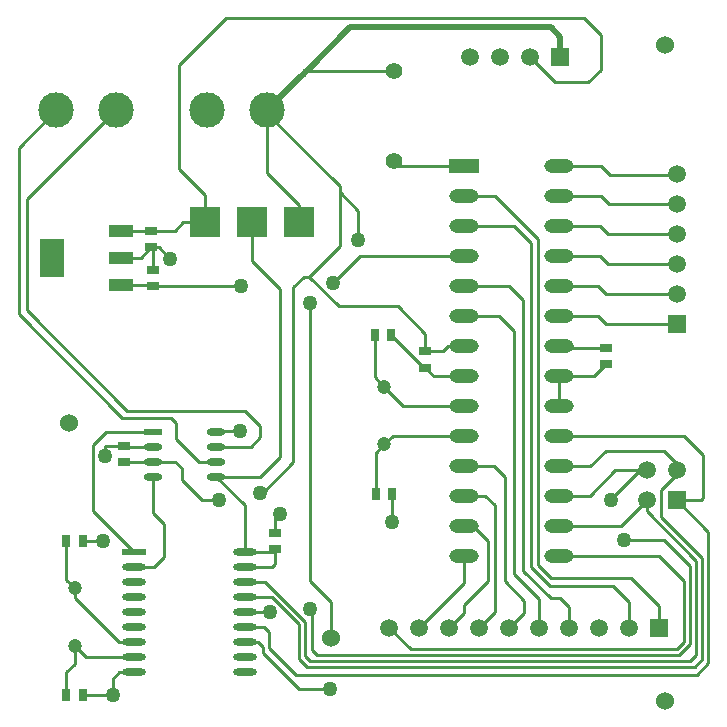
<source format=gtl>
G04 Layer_Physical_Order=1*
G04 Layer_Color=255*
%FSLAX44Y44*%
%MOMM*%
G71*
G01*
G75*
%ADD10R,2.5000X2.5000*%
%ADD11R,2.1500X1.0000*%
%ADD12R,2.1500X3.2500*%
%ADD13R,1.0000X0.7000*%
%ADD14O,1.5500X0.6000*%
%ADD15R,1.5500X0.6000*%
%ADD16R,2.0000X0.6000*%
%ADD17O,2.0000X0.6000*%
%ADD18R,0.7000X1.0000*%
%ADD19C,0.2540*%
%ADD20C,0.5000*%
%ADD21C,1.5240*%
%ADD22C,1.5000*%
%ADD23R,1.5000X1.5000*%
%ADD24R,1.5000X1.5000*%
%ADD25C,1.4000*%
%ADD26R,2.5000X1.2000*%
%ADD27O,2.5000X1.2000*%
%ADD28C,1.2000*%
%ADD29C,3.0000*%
%ADD30C,1.2700*%
D10*
X1270000Y1050000D02*
D03*
X1310000D02*
D03*
X1230000D02*
D03*
D11*
X1159250Y997000D02*
D03*
Y1020000D02*
D03*
Y1043000D02*
D03*
D12*
X1100750Y1020000D02*
D03*
D13*
X1162000Y861000D02*
D03*
Y847000D02*
D03*
X1570000Y944000D02*
D03*
Y930000D02*
D03*
X1186000Y1010000D02*
D03*
Y996000D02*
D03*
X1185000Y1029000D02*
D03*
Y1043000D02*
D03*
X1290000Y787000D02*
D03*
Y773000D02*
D03*
X1417000Y927000D02*
D03*
Y941000D02*
D03*
D14*
X1240000Y834600D02*
D03*
Y847300D02*
D03*
Y860000D02*
D03*
Y872700D02*
D03*
X1186000Y834600D02*
D03*
Y847300D02*
D03*
Y860000D02*
D03*
D15*
Y872700D02*
D03*
D16*
X1170000Y770800D02*
D03*
D17*
Y758100D02*
D03*
Y745400D02*
D03*
Y732700D02*
D03*
Y720000D02*
D03*
Y707300D02*
D03*
Y694600D02*
D03*
Y681900D02*
D03*
Y669200D02*
D03*
X1264000Y770800D02*
D03*
Y758100D02*
D03*
Y745400D02*
D03*
Y732700D02*
D03*
Y720000D02*
D03*
Y707300D02*
D03*
Y694600D02*
D03*
Y681900D02*
D03*
Y669200D02*
D03*
D18*
X1388000Y955000D02*
D03*
X1374000D02*
D03*
X1127000Y780000D02*
D03*
X1113000D02*
D03*
X1127000Y650000D02*
D03*
X1113000D02*
D03*
X1389000Y820000D02*
D03*
X1375000D02*
D03*
D19*
X1450000Y793000D02*
X1457000D01*
X1470000Y780000D01*
X1449950Y726016D02*
X1470000Y746066D01*
Y780000D01*
X1454500Y915500D02*
X1458750Y919750D01*
X1589250Y707250D02*
Y728500D01*
X1513550Y707000D02*
Y730700D01*
X1484250Y746250D02*
X1500750Y729750D01*
Y719350D02*
Y729750D01*
X1475750Y719750D02*
Y810500D01*
X1449950Y719350D02*
Y726016D01*
X1616750Y823500D02*
X1630000Y836750D01*
X1616750Y800750D02*
Y823500D01*
X1530000Y793000D02*
X1583000D01*
X1604600Y814600D01*
X1630000Y836750D02*
Y840000D01*
X1467850Y818400D02*
X1475750Y810500D01*
X1450000Y818400D02*
X1467850D01*
X1484250Y746250D02*
Y834250D01*
X1474700Y843800D02*
X1484250Y834250D01*
X1450000Y843800D02*
X1474700D01*
X1491750Y752500D02*
Y958250D01*
X1479200Y970800D02*
X1491750Y958250D01*
X1450000Y970800D02*
X1479200D01*
X1500000Y755000D02*
Y984000D01*
X1487800Y996200D02*
X1500000Y984000D01*
X1450000Y996200D02*
X1487800D01*
X1506250Y758000D02*
X1522250Y742000D01*
X1506250Y758000D02*
Y1032750D01*
X1492000Y1047000D02*
X1506250Y1032750D01*
X1450000Y1047000D02*
X1492000D01*
X1512250Y760250D02*
X1523750Y748750D01*
X1512250Y760250D02*
Y1035900D01*
X1475750Y1072400D02*
X1512250Y1035900D01*
X1560000Y920000D02*
X1570000Y930000D01*
X1530000Y920000D02*
X1560000D01*
X1530000Y1021600D02*
X1564500D01*
X1530000Y1047000D02*
X1564500D01*
X1450000Y1072400D02*
X1475750D01*
X1530000Y996200D02*
X1562750D01*
X1569800Y989150D01*
X1629950D01*
X1571600Y1014500D02*
X1612250D01*
X1564500Y1021600D02*
X1571600Y1014500D01*
X1612250D02*
X1612350Y1014600D01*
X1530000Y945400D02*
X1531400Y944000D01*
X1570000D01*
X1390000Y1101900D02*
X1394100Y1097800D01*
X1450000D01*
X1185000Y997000D02*
X1186000Y996000D01*
X1159250Y997000D02*
X1185000D01*
X1176000Y1020000D02*
X1185000Y1029000D01*
X1159250Y1020000D02*
X1176000D01*
X1185000Y1029000D02*
X1186000Y1028000D01*
Y1010000D02*
Y1028000D01*
X1170000Y758100D02*
X1187100D01*
X1195750Y766750D01*
Y794250D01*
X1186000Y804000D02*
X1195750Y794250D01*
X1186000Y804000D02*
Y834600D01*
X1146950Y872700D02*
X1186000D01*
X1530000Y894600D02*
Y920000D01*
X1417000Y941000D02*
X1431500D01*
X1435900Y945400D01*
X1450000D01*
X1417000Y941000D02*
Y955250D01*
X1393500Y978750D02*
X1417000Y955250D01*
X1270000Y1017500D02*
Y1050000D01*
Y1017500D02*
X1294000Y993500D01*
Y851250D02*
Y993500D01*
X1277350Y834600D02*
X1294000Y851250D01*
X1240000Y834600D02*
X1277350D01*
X1287800Y770800D02*
X1290000Y773000D01*
X1264000Y770800D02*
X1287800D01*
X1264000D02*
Y810600D01*
X1240000Y834600D02*
X1264000Y810600D01*
X1072750Y972000D02*
X1160500Y884250D01*
X1201500D01*
X1206000Y879750D01*
Y866250D02*
Y879750D01*
Y866250D02*
X1224950Y847300D01*
X1240000D01*
X1079500Y975500D02*
X1164500Y890500D01*
X1264250D01*
X1277000Y877750D01*
Y868000D02*
Y877750D01*
X1269000Y860000D02*
X1277000Y868000D01*
X1240000Y860000D02*
X1269000D01*
X1212000Y1050000D02*
X1230000D01*
X1205000Y1043000D02*
X1212000Y1050000D01*
X1185000Y1043000D02*
X1205000D01*
X1159250D02*
X1185000D01*
X1162000Y861000D02*
X1163000Y860000D01*
X1186000D01*
X1185700Y847000D02*
X1186000Y847300D01*
X1162000Y847000D02*
X1185700D01*
X1113000Y747000D02*
X1120000Y740000D01*
X1113000Y747000D02*
Y780000D01*
Y650000D02*
Y669250D01*
X1120000Y676250D01*
Y691200D01*
X1157400Y694600D02*
X1170000D01*
X1120000Y732000D02*
X1157400Y694600D01*
X1120000Y732000D02*
Y740000D01*
Y691200D02*
X1129300Y681900D01*
X1170000D01*
X1530000Y818400D02*
X1556150D01*
X1577750Y840000D01*
X1530000Y843800D02*
X1556550D01*
X1569500Y856750D01*
X1619000D01*
X1630000Y845750D01*
Y840000D02*
Y845750D01*
Y814600D02*
X1650100D01*
X1652250Y816750D01*
Y853000D01*
X1636050Y869200D02*
X1652250Y853000D01*
X1530000Y869200D02*
X1636050D01*
X1629950Y989150D02*
X1630000Y989200D01*
X1606000Y963750D02*
X1606050Y963800D01*
X1569800Y963750D02*
X1606000D01*
X1562750Y970800D02*
X1569800Y963750D01*
X1530000Y970800D02*
X1562750D01*
X1629900Y1039900D02*
X1630000Y1040000D01*
X1571600Y1039900D02*
X1629900D01*
X1564500Y1047000D02*
X1571600Y1039900D01*
X1565500Y1072400D02*
X1572500Y1065400D01*
X1629600Y1090400D02*
X1630000Y1090800D01*
X1572900Y1090400D02*
X1629600D01*
X1565500Y1097800D02*
X1572900Y1090400D01*
X1530000Y1097800D02*
X1565500D01*
X1530000Y1072400D02*
X1565500D01*
X1598500Y840000D02*
X1604600D01*
X1577750D02*
X1598500D01*
X1604600Y805400D02*
Y814600D01*
X1630000D02*
X1656580Y788020D01*
X1616750Y800750D02*
X1651500Y766000D01*
X1604600Y805400D02*
X1646420Y763580D01*
Y683670D02*
Y763580D01*
X1641000Y692816D02*
Y759250D01*
X1631844Y683660D02*
X1641000Y692816D01*
X1386550Y706750D02*
X1404550Y688750D01*
X1417025Y711825D02*
X1450000Y744800D01*
Y767600D01*
X1437350Y706750D02*
X1449950Y719350D01*
X1462750Y706750D02*
X1475750Y719750D01*
X1488150Y706750D02*
X1500750Y719350D01*
X1491750Y752500D02*
X1513550Y730700D01*
X1500000Y755000D02*
X1523250Y731750D01*
X1530750D01*
X1538250Y710750D02*
Y724250D01*
X1530750Y731750D02*
X1538250Y724250D01*
X1589250Y707250D02*
X1589750Y706750D01*
X1522250Y742000D02*
X1575750D01*
X1589250Y728500D01*
X1523750Y748750D02*
X1591250D01*
X1615150Y724850D01*
Y706750D02*
Y724850D01*
X1651500Y680000D02*
Y766000D01*
X1284500Y690000D02*
Y703000D01*
X1264000Y707300D02*
X1280200D01*
X1284500Y703000D01*
X1264000Y720000D02*
X1285250D01*
X1264000Y732700D02*
X1286918D01*
X1264000Y745400D02*
X1281403D01*
X1361600Y1021600D02*
X1450000D01*
X1338750Y998750D02*
X1361600Y1021600D01*
X1645000Y673500D02*
X1651500Y680000D01*
X1284500Y690000D02*
X1307500Y667000D01*
X1319000Y746500D02*
Y981750D01*
Y746500D02*
X1337250Y728250D01*
Y698000D02*
Y728250D01*
X1310000Y655250D02*
X1336500D01*
X1264000Y694600D02*
X1275400D01*
X1279420Y690580D01*
Y687896D02*
Y690580D01*
Y687896D02*
X1279500Y687816D01*
Y685750D02*
Y687816D01*
Y685750D02*
X1310000Y655250D01*
X1374000Y918800D02*
Y955000D01*
Y918800D02*
X1382000Y910800D01*
X1398200Y894600D02*
X1450000D01*
X1382000Y910800D02*
X1398200Y894600D01*
X1389200Y869200D02*
X1450000D01*
X1382000Y862000D02*
X1389200Y869200D01*
X1375000Y820000D02*
Y855000D01*
X1382000Y862000D01*
X1416000Y927000D02*
X1417000D01*
X1388000Y955000D02*
X1416000Y927000D01*
X1417000D02*
X1424000Y920000D01*
X1450000D01*
X1454500Y915500D01*
X1290000Y760750D02*
Y773000D01*
X1287350Y758100D02*
X1290000Y760750D01*
X1264000Y758100D02*
X1287350D01*
X1186000Y847300D02*
X1205200D01*
X1210500Y842000D01*
Y831500D02*
Y842000D01*
Y831500D02*
X1227500Y814500D01*
X1242000D01*
X1277000Y821000D02*
X1279250D01*
X1305000Y846750D01*
X1343750Y978750D02*
X1393500D01*
X1305000Y846750D02*
Y995000D01*
X1313875Y1003875D01*
X1157950Y669200D02*
X1170000D01*
X1152500Y663750D02*
X1157950Y669200D01*
X1152500Y649750D02*
Y663750D01*
X1127250Y649750D02*
X1152500D01*
X1127000Y650000D02*
X1127250Y649750D01*
X1127000Y780000D02*
X1144000D01*
X1290000Y787000D02*
Y799250D01*
X1294000Y803250D01*
X1185000Y1029000D02*
X1191250D01*
X1201000Y1019250D01*
X1145500Y861000D02*
X1162000D01*
X1145500Y861000D02*
X1145500Y861000D01*
X1145500Y852500D02*
Y861000D01*
X1135340Y805460D02*
Y861090D01*
Y805460D02*
X1170000Y770800D01*
X1135340Y861090D02*
X1146950Y872700D01*
X1318625Y1003875D02*
X1343750Y978750D01*
X1318625Y1003875D02*
X1344500Y1029750D01*
X1313875Y1003875D02*
X1318625D01*
X1079500Y975500D02*
Y1069500D01*
X1152300Y1142300D01*
X1072750Y972000D02*
Y1113300D01*
X1283250Y1141750D02*
X1344500Y1080500D01*
X1283250Y1091750D02*
X1310000Y1065000D01*
Y1050000D02*
Y1065000D01*
X1283250Y1091750D02*
Y1141750D01*
Y1145000D01*
X1389000Y796000D02*
Y820000D01*
X1186000Y996000D02*
X1261000D01*
X1360000Y1035000D02*
Y1060000D01*
X1344500Y1075500D02*
X1360000Y1060000D01*
X1344500Y1075500D02*
Y1080500D01*
Y1029750D02*
Y1075500D01*
X1240000Y872700D02*
X1240300Y873000D01*
X1260000D01*
X1386900Y1175000D02*
X1390000Y1178100D01*
X1312000Y1173750D02*
X1313250Y1175000D01*
X1316350Y1178100D02*
X1390000D01*
X1316250Y1178000D02*
X1316350Y1178100D01*
X1072750Y1113300D02*
X1106700Y1147250D01*
X1152300Y1142300D02*
X1159800Y1134800D01*
X1565250Y1179250D02*
Y1208500D01*
X1551000Y1222750D02*
X1565250Y1208500D01*
X1247750Y1222750D02*
X1551000D01*
X1230000Y1050000D02*
Y1073250D01*
X1208250Y1095000D02*
X1230000Y1073250D01*
X1208250Y1183250D02*
X1247750Y1222750D01*
X1208250Y1095000D02*
Y1183250D01*
X1286918Y732700D02*
X1310000Y709618D01*
X1316896Y673500D02*
X1645000D01*
X1310000Y680396D02*
X1316896Y673500D01*
X1310000Y680396D02*
Y709618D01*
X1315080Y682500D02*
Y711723D01*
X1281403Y745400D02*
X1315080Y711723D01*
X1319000Y722250D02*
X1321000Y720250D01*
X1325104Y683660D02*
X1631844D01*
X1321000Y687764D02*
X1325104Y683660D01*
X1321000Y687764D02*
Y720250D01*
X1404550Y688750D02*
X1629750D01*
X1307500Y667000D02*
X1647000D01*
X1656580Y676580D01*
Y788020D01*
X1629750Y688750D02*
X1635920Y694920D01*
Y746080D01*
X1614400Y767600D02*
X1635920Y746080D01*
X1612350Y1014600D02*
X1630000D01*
X1572500Y1065400D02*
X1630000D01*
X1606050Y963800D02*
X1630000D01*
X1641330Y678580D02*
X1646420Y683670D01*
X1315080Y682500D02*
X1319000Y678580D01*
X1641330D01*
X1530000Y767600D02*
X1614400D01*
X1585000Y781000D02*
X1619250D01*
X1641000Y759250D01*
X1574000Y815500D02*
X1598500Y840000D01*
X1574000Y815000D02*
Y815500D01*
X1554500Y1168500D02*
X1565250Y1179250D01*
X1505400Y1190000D02*
X1526900Y1168500D01*
X1554500D01*
D20*
X1530800Y1190000D02*
Y1207200D01*
X1523000Y1215000D02*
X1530800Y1207200D01*
X1353250Y1215000D02*
X1523000D01*
X1283250Y1145000D02*
X1312000Y1173750D01*
X1313250Y1175000D02*
X1316250Y1178000D01*
X1316350Y1178100D02*
X1353250Y1215000D01*
D21*
X1115000Y880000D02*
D03*
X1620000Y645000D02*
D03*
Y1200000D02*
D03*
X1337250Y698000D02*
D03*
D22*
X1454600Y1190000D02*
D03*
X1480000D02*
D03*
X1505400D02*
D03*
X1630000Y989200D02*
D03*
Y1014600D02*
D03*
Y1040000D02*
D03*
Y1065400D02*
D03*
Y1090800D02*
D03*
X1564350Y706750D02*
D03*
X1386550D02*
D03*
X1411950D02*
D03*
X1437350D02*
D03*
X1462750D02*
D03*
X1488150D02*
D03*
X1513550D02*
D03*
X1538950D02*
D03*
X1589750D02*
D03*
X1604600Y840000D02*
D03*
X1630000D02*
D03*
X1604600Y814600D02*
D03*
D23*
X1530800Y1190000D02*
D03*
X1615150Y706750D02*
D03*
D24*
X1630000Y963800D02*
D03*
Y814600D02*
D03*
D25*
X1390000Y1178100D02*
D03*
Y1101900D02*
D03*
D26*
X1450000Y1097800D02*
D03*
D27*
Y1072400D02*
D03*
Y1047000D02*
D03*
Y1021600D02*
D03*
Y996200D02*
D03*
Y970800D02*
D03*
Y945400D02*
D03*
Y920000D02*
D03*
Y894600D02*
D03*
Y869200D02*
D03*
Y843800D02*
D03*
Y818400D02*
D03*
Y793000D02*
D03*
Y767600D02*
D03*
X1530000Y1097800D02*
D03*
Y1072400D02*
D03*
Y1047000D02*
D03*
Y1021600D02*
D03*
Y996200D02*
D03*
Y970800D02*
D03*
Y945400D02*
D03*
Y920000D02*
D03*
Y894600D02*
D03*
Y869200D02*
D03*
Y843800D02*
D03*
Y818400D02*
D03*
Y793000D02*
D03*
Y767600D02*
D03*
D28*
X1120000Y740000D02*
D03*
Y691200D02*
D03*
X1382000Y910800D02*
D03*
Y862000D02*
D03*
D29*
X1232450Y1145000D02*
D03*
X1283250D02*
D03*
X1104200D02*
D03*
X1155000D02*
D03*
D30*
X1319000Y722250D02*
D03*
X1285250Y720000D02*
D03*
X1338750Y998750D02*
D03*
X1319000Y981750D02*
D03*
X1336500Y655250D02*
D03*
X1242000Y814500D02*
D03*
X1277000Y821000D02*
D03*
X1152500Y649750D02*
D03*
X1144000Y780000D02*
D03*
X1294000Y803250D02*
D03*
X1201000Y1019250D02*
D03*
X1145500Y852500D02*
D03*
X1389000Y796000D02*
D03*
X1261000Y996000D02*
D03*
X1360000Y1035000D02*
D03*
X1260000Y873000D02*
D03*
X1585000Y781000D02*
D03*
X1574000Y815000D02*
D03*
M02*

</source>
